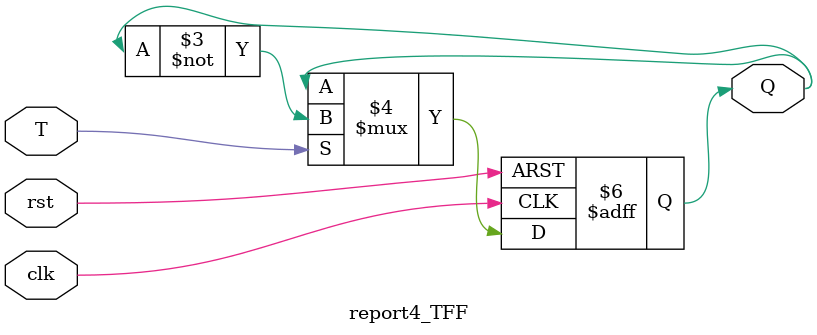
<source format=v>
`timescale 1ns / 1ps


module report4_TFF(clk, rst, T, Q);
input T, clk, rst;
output reg Q;

always @(posedge clk or negedge rst)
begin
if(!rst)
Q<=1'b0;
else if(T)
Q<=~Q;
end
endmodule

</source>
